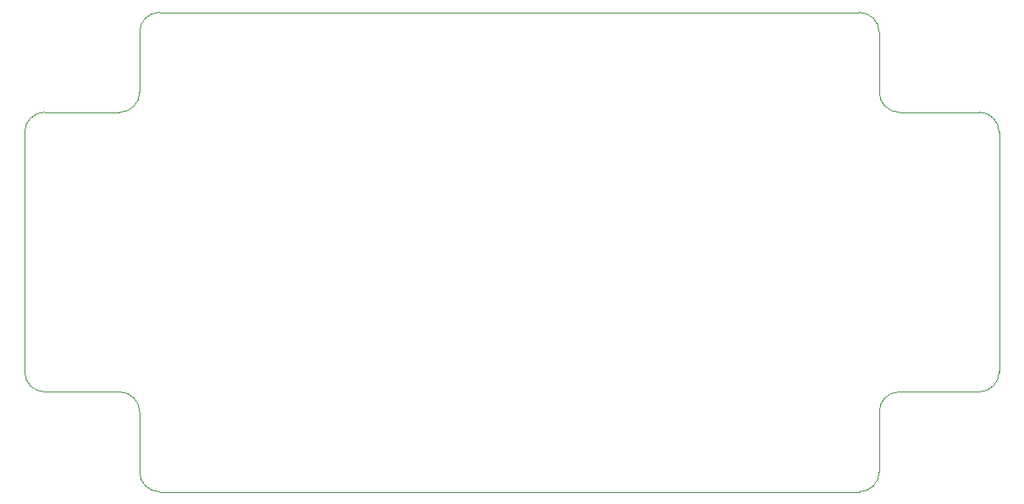
<source format=gm1>
G04 #@! TF.GenerationSoftware,KiCad,Pcbnew,(5.1.5)-3*
G04 #@! TF.CreationDate,2020-06-07T19:07:22+03:00*
G04 #@! TF.ProjectId,WaterLevelController_V1,57617465-724c-4657-9665-6c436f6e7472,rev?*
G04 #@! TF.SameCoordinates,Original*
G04 #@! TF.FileFunction,Profile,NP*
%FSLAX46Y46*%
G04 Gerber Fmt 4.6, Leading zero omitted, Abs format (unit mm)*
G04 Created by KiCad (PCBNEW (5.1.5)-3) date 2020-06-07 19:07:22*
%MOMM*%
%LPD*%
G04 APERTURE LIST*
%ADD10C,0.050000*%
G04 APERTURE END LIST*
D10*
X113000000Y-78000000D02*
G75*
G02X115000000Y-76000000I2000000J0D01*
G01*
X113000000Y-84000000D02*
G75*
G02X111000000Y-86000000I-2000000J0D01*
G01*
X101500000Y-88000000D02*
G75*
G02X103500000Y-86000000I2000000J0D01*
G01*
X103500000Y-114000000D02*
G75*
G02X101500000Y-112000000I0J2000000D01*
G01*
X111000000Y-114000000D02*
G75*
G02X113000000Y-116000000I0J-2000000D01*
G01*
X115000000Y-124000000D02*
G75*
G02X113000000Y-122000000I0J2000000D01*
G01*
X187000000Y-122000000D02*
G75*
G02X185000000Y-124000000I-2000000J0D01*
G01*
X187000000Y-116000000D02*
G75*
G02X189000000Y-114000000I2000000J0D01*
G01*
X199000000Y-112000000D02*
G75*
G02X197000000Y-114000000I-2000000J0D01*
G01*
X197000000Y-86000000D02*
G75*
G02X199000000Y-88000000I0J-2000000D01*
G01*
X189000000Y-86000000D02*
G75*
G02X187000000Y-84000000I0J2000000D01*
G01*
X185000000Y-76000000D02*
G75*
G02X187000000Y-78000000I0J-2000000D01*
G01*
X111000000Y-86000000D02*
X103500000Y-86000000D01*
X113000000Y-78000000D02*
X113000000Y-84000000D01*
X185000000Y-76000000D02*
X115000000Y-76000000D01*
X187000000Y-84000000D02*
X187000000Y-78000000D01*
X197000000Y-86000000D02*
X189000000Y-86000000D01*
X199000000Y-112000000D02*
X199000000Y-88000000D01*
X189000000Y-114000000D02*
X197000000Y-114000000D01*
X187000000Y-122000000D02*
X187000000Y-116000000D01*
X115000000Y-124000000D02*
X185000000Y-124000000D01*
X113000000Y-116000000D02*
X113000000Y-122000000D01*
X103500000Y-114000000D02*
X111000000Y-114000000D01*
X101500000Y-88000000D02*
X101500000Y-112000000D01*
M02*

</source>
